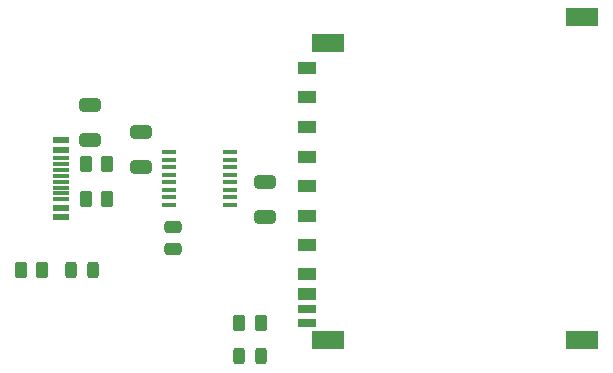
<source format=gtp>
%TF.GenerationSoftware,KiCad,Pcbnew,(6.0.5)*%
%TF.CreationDate,2024-08-03T11:57:57+02:00*%
%TF.ProjectId,gl823k_card_reader,676c3832-336b-45f6-9361-72645f726561,rev?*%
%TF.SameCoordinates,Original*%
%TF.FileFunction,Paste,Top*%
%TF.FilePolarity,Positive*%
%FSLAX46Y46*%
G04 Gerber Fmt 4.6, Leading zero omitted, Abs format (unit mm)*
G04 Created by KiCad (PCBNEW (6.0.5)) date 2024-08-03 11:57:57*
%MOMM*%
%LPD*%
G01*
G04 APERTURE LIST*
G04 Aperture macros list*
%AMRoundRect*
0 Rectangle with rounded corners*
0 $1 Rounding radius*
0 $2 $3 $4 $5 $6 $7 $8 $9 X,Y pos of 4 corners*
0 Add a 4 corners polygon primitive as box body*
4,1,4,$2,$3,$4,$5,$6,$7,$8,$9,$2,$3,0*
0 Add four circle primitives for the rounded corners*
1,1,$1+$1,$2,$3*
1,1,$1+$1,$4,$5*
1,1,$1+$1,$6,$7*
1,1,$1+$1,$8,$9*
0 Add four rect primitives between the rounded corners*
20,1,$1+$1,$2,$3,$4,$5,0*
20,1,$1+$1,$4,$5,$6,$7,0*
20,1,$1+$1,$6,$7,$8,$9,0*
20,1,$1+$1,$8,$9,$2,$3,0*%
G04 Aperture macros list end*
%ADD10R,1.450000X0.600000*%
%ADD11R,1.450000X0.300000*%
%ADD12RoundRect,0.250000X-0.262500X-0.450000X0.262500X-0.450000X0.262500X0.450000X-0.262500X0.450000X0*%
%ADD13RoundRect,0.243750X-0.243750X-0.456250X0.243750X-0.456250X0.243750X0.456250X-0.243750X0.456250X0*%
%ADD14R,1.500000X1.000000*%
%ADD15R,1.500000X0.700000*%
%ADD16R,2.800000X1.500000*%
%ADD17RoundRect,0.243750X0.243750X0.456250X-0.243750X0.456250X-0.243750X-0.456250X0.243750X-0.456250X0*%
%ADD18RoundRect,0.250000X0.650000X-0.325000X0.650000X0.325000X-0.650000X0.325000X-0.650000X-0.325000X0*%
%ADD19R,1.200000X0.400000*%
%ADD20RoundRect,0.250000X-0.475000X0.250000X-0.475000X-0.250000X0.475000X-0.250000X0.475000X0.250000X0*%
%ADD21RoundRect,0.250000X-0.650000X0.325000X-0.650000X-0.325000X0.650000X-0.325000X0.650000X0.325000X0*%
G04 APERTURE END LIST*
D10*
%TO.C,J1*%
X129045000Y-87250000D03*
X129045000Y-88050000D03*
D11*
X129045000Y-89250000D03*
X129045000Y-90250000D03*
X129045000Y-90750000D03*
X129045000Y-91750000D03*
D10*
X129045000Y-92950000D03*
X129045000Y-93750000D03*
X129045000Y-93750000D03*
X129045000Y-92950000D03*
D11*
X129045000Y-92250000D03*
X129045000Y-91250000D03*
X129045000Y-89750000D03*
X129045000Y-88750000D03*
D10*
X129045000Y-88050000D03*
X129045000Y-87250000D03*
%TD*%
D12*
%TO.C,R4*%
X144087500Y-102750000D03*
X145912500Y-102750000D03*
%TD*%
%TO.C,R2*%
X131087500Y-92250000D03*
X132912500Y-92250000D03*
%TD*%
D13*
%TO.C,D1*%
X129812500Y-98250000D03*
X131687500Y-98250000D03*
%TD*%
D14*
%TO.C,J2*%
X149800000Y-83625000D03*
X149800000Y-86125000D03*
X149800000Y-88625000D03*
X149800000Y-91125000D03*
X149800000Y-93625000D03*
X149800000Y-96125000D03*
X149800000Y-98555000D03*
X149800000Y-100255000D03*
X149800000Y-81125000D03*
D15*
X149800000Y-101555000D03*
X149800000Y-102755000D03*
D16*
X151600000Y-104150000D03*
X173100000Y-104150000D03*
X173100000Y-76850000D03*
X151600000Y-79050000D03*
%TD*%
D17*
%TO.C,D2*%
X145937500Y-105500000D03*
X144062500Y-105500000D03*
%TD*%
D18*
%TO.C,C3*%
X135750000Y-89475000D03*
X135750000Y-86525000D03*
%TD*%
D12*
%TO.C,R1*%
X131087500Y-89250000D03*
X132912500Y-89250000D03*
%TD*%
D18*
%TO.C,C1*%
X131500000Y-87225000D03*
X131500000Y-84275000D03*
%TD*%
D19*
%TO.C,IC1*%
X143350000Y-92722500D03*
X143350000Y-92087500D03*
X143350000Y-91452500D03*
X143350000Y-90817500D03*
X143350000Y-90182500D03*
X143350000Y-89547500D03*
X143350000Y-88912500D03*
X143350000Y-88277500D03*
X138150000Y-88277500D03*
X138150000Y-88912500D03*
X138150000Y-89547500D03*
X138150000Y-90182500D03*
X138150000Y-90817500D03*
X138150000Y-91452500D03*
X138150000Y-92087500D03*
X138150000Y-92722500D03*
%TD*%
D20*
%TO.C,C4*%
X138500000Y-94550000D03*
X138500000Y-96450000D03*
%TD*%
D21*
%TO.C,C2*%
X146250000Y-90775000D03*
X146250000Y-93725000D03*
%TD*%
D12*
%TO.C,R3*%
X125587500Y-98250000D03*
X127412500Y-98250000D03*
%TD*%
M02*

</source>
